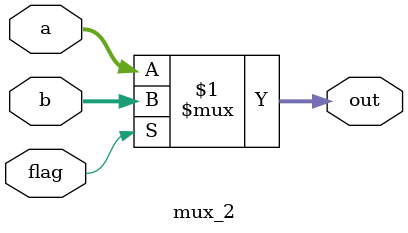
<source format=v>
`timescale 1ns / 1ps


module mux_2(
    input flag,//Êý¾ÝÑ¡ÔñÐÅºÅ
    input [31:0] a,//32Î»Êý¾Ý
    input [31:0] b,//32Î»Êý¾Ý
    output [31:0] out//Ñ¡ÔñºóµÄÊý¾Ý
    );
    assign out = flag?b:a;//Ñ¡ÔñÐÅºÅÎª1Ê±£¬Ñ¡ÔñÊä³öÊý¾Ýb£¬·ñÔòÑ¡ÔñÊä³öÊý¾Ýa
endmodule

</source>
